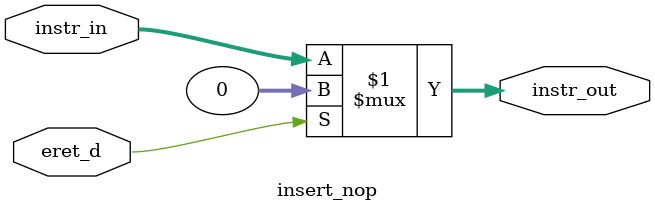
<source format=v>
`timescale 1ns / 1ps
module insert_nop(
    input eret_d,
    input [31:0] instr_in,
    output [31:0] instr_out
    );

	assign instr_out = (eret_d) ? 32'h0 :
					instr_in;

endmodule

</source>
